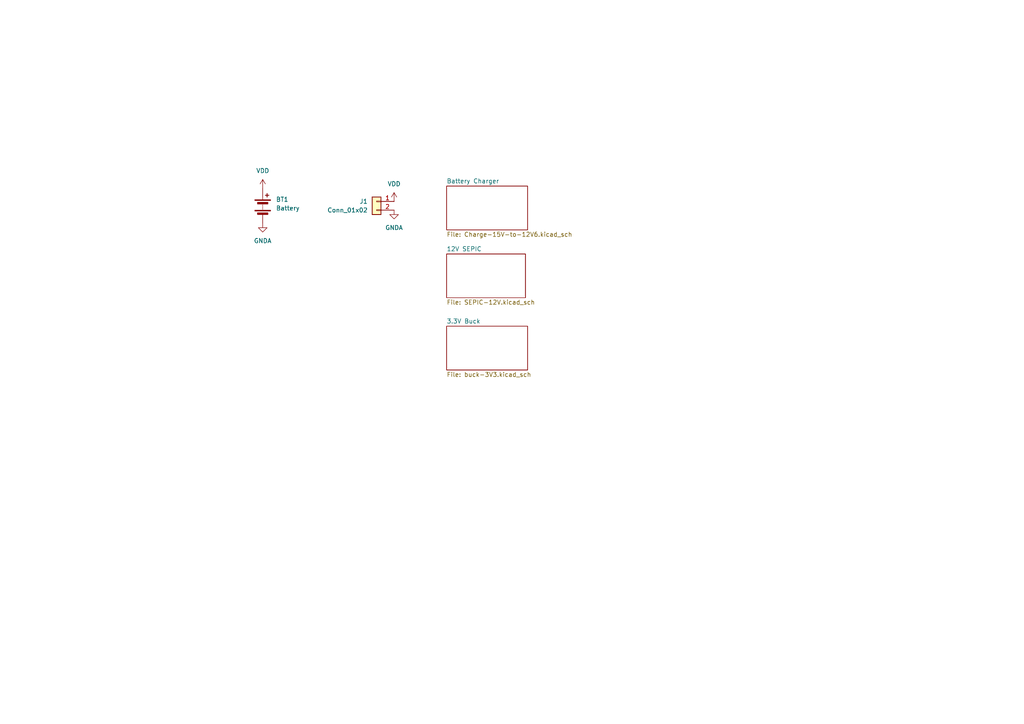
<source format=kicad_sch>
(kicad_sch (version 20250114) (generator "eeschema") (generator_version "9.0")
  (paper "A4")
  (title_block (title "Power Module") (rev "1"))
  (lib_symbols
    (symbol "Connector_Generic:Conn_01x02" (pin_names (offset 1.016) (hide yes))
      (property "Reference" "J" (at 0 2.54 0))
      (property "Value" "Conn_01x02" (at 0 -5.08 0))
      (symbol "Conn_01x02_1_1"
        (rectangle (start -1.27 1.27) (end 1.27 -3.81) (stroke (width 0.254)) (fill (type background)))
        (rectangle (start -1.27 0.127) (end 0 -0.127) (stroke (width 0.1524)))
        (rectangle (start -1.27 -2.413) (end 0 -2.667) (stroke (width 0.1524)))
        (pin passive line (at -5.08 0 0) (length 3.81) (name "Pin_1") (number "1"))
        (pin passive line (at -5.08 -2.54 0) (length 3.81) (name "Pin_2") (number "2"))
      )
    )
    (symbol "Device:Battery" (pin_numbers (hide yes)) (pin_names (offset 0) (hide yes))
      (property "Reference" "BT" (at 2.54 2.54 0))
      (property "Value" "Battery" (at 2.54 0 0))
      (symbol "Battery_0_1"
        (rectangle (start -2.286 1.778) (end 2.286 1.524) (fill (type outline)))
        (rectangle (start -2.286 -1.27) (end 2.286 -1.524) (fill (type outline)))
        (rectangle (start -1.524 1.016) (end 1.524 0.508) (fill (type outline)))
        (rectangle (start -1.524 -2.032) (end 1.524 -2.54) (fill (type outline)))
        (polyline (pts (xy 0 1.778) (xy 0 2.54)))
        (polyline (pts (xy 0 0) (xy 0 0.254)))
        (polyline (pts (xy 0 -0.508) (xy 0 -0.254)))
        (polyline (pts (xy 0 -1.016) (xy 0 -0.762)))
        (polyline (pts (xy 0.762 3.048) (xy 1.778 3.048)) (stroke (width 0.254)))
        (polyline (pts (xy 1.27 3.556) (xy 1.27 2.54)) (stroke (width 0.254)))
      )
      (symbol "Battery_1_1"
        (pin passive line (at 0 5.08 270) (length 2.54) (name "+") (number "1"))
        (pin passive line (at 0 -5.08 90) (length 2.54) (name "-") (number "2"))
      )
    )
    (symbol "power:GNDA" (power) (pin_numbers (hide yes)) (pin_names (offset 0) (hide yes))
      (property "Value" "GNDA" (at 0 -3.81 0))
      (symbol "GNDA_0_1"
        (polyline (pts (xy 0 0) (xy 0 -1.27) (xy 1.27 -1.27) (xy 0 -2.54) (xy -1.27 -1.27) (xy 0 -1.27)))
      )
      (symbol "GNDA_1_1"
        (pin power_in line (at 0 0 270) (length 0) (name "~") (number "1"))
      )
    )
    (symbol "power:VDD" (power) (pin_numbers (hide yes)) (pin_names (offset 0) (hide yes))
      (property "Value" "VDD" (at 0 3.556 0))
      (symbol "VDD_0_1"
        (polyline (pts (xy -0.762 1.27) (xy 0 2.54)))
        (polyline (pts (xy 0 2.54) (xy 0.762 1.27)))
        (polyline (pts (xy 0 0) (xy 0 2.54)))
      )
      (symbol "VDD_1_1"
        (pin power_in line (at 0 0 90) (length 0) (name "~") (number "1"))
      )
    )
  )
  (symbol (lib_id "power:VDD") (at 76.2 54.61 0) (unit 1)
    (property "Reference" "#PWR02" (effects (hide yes)))
    (property "Value" "VDD" (at 76.2 49.53 0))
    (property "Description" "Power symbol creates a global label with name \"VDD\"" (effects (hide yes)))
  )
  (symbol (lib_id "power:GNDA") (at 114.3 60.96 0) (unit 1)
    (property "Reference" "#PWR01" (effects (hide yes)))
    (property "Value" "GNDA" (at 114.3 66.04 0))
    (property "Description" "Power symbol creates a global label with name \"GNDA\" , analog ground" (effects (hide yes)))
  )
  (symbol (lib_id "power:GNDA") (at 76.2 64.77 0) (unit 1)
    (property "Reference" "#PWR03" (effects (hide yes)))
    (property "Value" "GNDA" (at 76.2 69.85 0))
    (property "Description" "Power symbol creates a global label with name \"GNDA\" , analog ground" (effects (hide yes)))
  )
  (symbol (lib_id "Device:Battery") (at 76.2 59.69 0) (unit 1)
    (property "Reference" "BT1" (at 80.01 57.8484 0) (effects (justify left)))
    (property "Value" "Battery" (at 80.01 60.3884 0) (effects (justify left)))
    (property "Description" "Multiple-cell battery" (effects (hide yes)))
  )
  (symbol (lib_id "Connector_Generic:Conn_01x02") (at 109.22 58.42 0) (mirror y) (unit 1)
    (property "Reference" "J1" (at 106.68 58.4199 0) (effects (justify left)))
    (property "Value" "Conn_01x02" (at 106.68 60.9599 0) (effects (justify left)))
    (property "Description" "Generic connector, single row, 01x02, script generated (kicad-library-utils/schlib/autogen/connector/)" (effects (hide yes)))
  )
  (symbol (lib_id "power:VDD") (at 114.3 58.42 0) (unit 1)
    (property "Reference" "#PWR04" (effects (hide yes)))
    (property "Value" "VDD" (at 114.3 53.34 0))
    (property "Description" "Power symbol creates a global label with name \"VDD\"" (effects (hide yes)))
  )
  (sheet (at 129.54 94.615) (size 23.495 12.7) (stroke (width 0.1524))
    (property "Sheetname" "3.3V Buck" (at 129.54 93.9034 0) (effects (justify left bottom)))
    (property "Sheetfile" "buck-3V3.kicad_sch" (at 129.54 107.8996 0) (effects (justify left top)))
  )
  (sheet (at 129.54 53.975) (size 23.495 12.7) (stroke (width 0.1524))
    (property "Sheetname" "Battery Charger" (at 129.54 53.2634 0) (effects (justify left bottom)))
    (property "Sheetfile" "Charge-15V-to-12V6.kicad_sch" (at 129.54 67.2596 0) (effects (justify left top)))
  )
  (sheet (at 129.54 73.66) (size 22.86 12.7) (stroke (width 0.1524))
    (property "Sheetname" "12V SEPIC" (at 129.54 72.9484 0) (effects (justify left bottom)))
    (property "Sheetfile" "SEPIC-12V.kicad_sch" (at 129.54 86.9446 0) (effects (justify left top)))
  )
)
</source>
